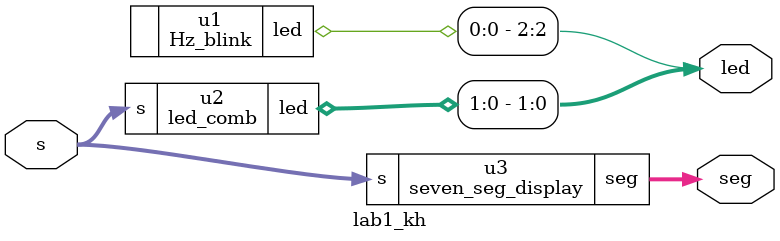
<source format=sv>

module Hz_blink(output logic led);
	logic int_osc;
	logic [24:0] counter;
	
	// Internal high-speed oscillator
    HSOSC #(.CLKHF_DIV(2'b01)) 
          hf_osc (.CLKHFPU(1'b1), .CLKHFEN(1'b1), .CLKHF(int_osc));
	
	always_ff @(posedge int_osc) begin
	  if(counter >= 10_000_000) begin 
		      counter <= 0;
		      led <= !led;
	  end
	  else    counter <= counter + 25'd1;
	end
endmodule

module led_comb(input logic [3:0] s,
			   output logic [1:0] led);

	always_comb
	  case(s[1:0])
		  2'd0: led[0] = 0;
		  2'd1: led[0] = 1;
		  2'd2: led[0] = 1;
		  2'd3: led[0] = 0;
	endcase
	
	always_comb
	  case(s[3:2])
		  2'd0: led[1] = 0;
		  2'd1: led[1] = 0;
		  2'd2: led[1] = 0;
		  2'd3: led[1] = 1;
	endcase
			   
endmodule

module seven_seg_display(input logic [3:0] s,
						 output logic [6:0] seg); 
	always_comb
	  case(s)
		  //		 	     abc defg
		4'h0:		seg = 7'b000_0001;
		4'h1:		seg = 7'b100_1111;
		4'h2:		seg = 7'b001_0010;
		4'h3:		seg = 7'b000_0110;
		4'h4:		seg = 7'b100_1100;
		4'h5:		seg = 7'b010_0100;
		4'h6:		seg = 7'b010_0000;
		4'h7:		seg = 7'b000_1111;
		4'h8:		seg = 7'b000_0000;
		4'h9:		seg = 7'b000_1100;
		4'hA:		seg = 7'b000_1000;
		4'hB:		seg = 7'b110_0000;
		4'hC:		seg = 7'b011_0001;
		4'hD:		seg = 7'b100_0010;
		4'hE:		seg = 7'b011_0000;
		4'hF:		seg = 7'b011_1000;
		default: 	seg = 7'b111_1111;
	endcase
endmodule

module lab1_kh(input logic [3:0] s,
			   output logic [2:0] led,
			   output logic [6:0] seg);
	
	Hz_blink u1 (
		.led(led[2])
	);
	
	led_comb u2 (
		.s(s),
		.led(led[1:0])
	);
	
	seven_seg_display u3 (
		.s(s),
		.seg(seg)
	);
	
	
endmodule
</source>
